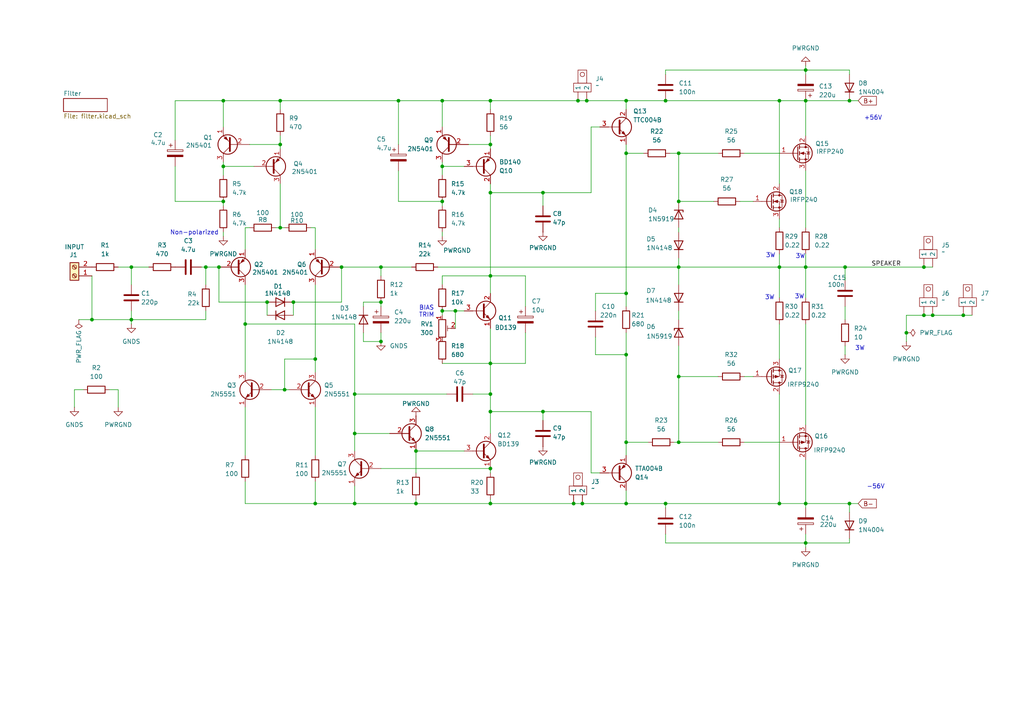
<source format=kicad_sch>
(kicad_sch (version 20250114) (generator "eeschema") (generator_version "9.0")
  (paper "A4")
  (text "3W" (at 249.428 101.092 0) (effects (font (size 1.27 1.27))))
  (text "3W" (at 232.156 74.422 0) (effects (font (size 1.27 1.27))))
  (text "3W" (at 223.266 86.36 0) (effects (font (size 1.27 1.27))))
  (text "BIAS \nTRIM \n" (at 124.206 90.424 0) (effects (font (size 1.27 1.27))))
  (text "-56V" (at 254 141.224 0) (effects (font (size 1.27 1.27))))
  (text "+56V\n" (at 253.238 34.29 0) (effects (font (size 1.27 1.27))))
  (text "3W" (at 231.902 86.106 0) (effects (font (size 1.27 1.27))))
  (text "Non-polarized" (at 56.388 67.564 0) (effects (font (size 1.27 1.27))))
  (text "3W" (at 223.52 74.168 0) (effects (font (size 1.27 1.27))))
  (junction (at 26.67 92.71))
  (junction (at 196.85 77.47))
  (junction (at 102.87 125.73))
  (junction (at 226.06 77.47))
  (junction (at 262.89 96.52))
  (junction (at 142.24 80.01))
  (junction (at 120.65 146.05))
  (junction (at 64.77 29.21))
  (junction (at 193.04 29.21))
  (junction (at 81.28 66.04))
  (junction (at 102.87 114.3))
  (junction (at 71.12 93.98))
  (junction (at 246.38 146.05))
  (junction (at 77.47 87.63))
  (junction (at 59.69 77.47))
  (junction (at 91.44 146.05))
  (junction (at 132.08 90.17))
  (junction (at 128.27 48.26))
  (junction (at 128.27 58.42))
  (junction (at 128.27 90.17))
  (junction (at 267.97 77.47))
  (junction (at 142.24 41.91))
  (junction (at 157.48 55.88))
  (junction (at 233.68 157.48))
  (junction (at 115.57 29.21))
  (junction (at 181.61 102.87))
  (junction (at 102.87 146.05))
  (junction (at 233.68 77.47))
  (junction (at 110.49 99.06))
  (junction (at 63.5 77.47))
  (junction (at 120.65 130.81))
  (junction (at 196.85 109.22))
  (junction (at 181.61 146.05))
  (junction (at 110.49 77.47))
  (junction (at 168.91 146.05))
  (junction (at 64.77 48.26))
  (junction (at 181.61 128.27))
  (junction (at 38.1 92.71))
  (junction (at 181.61 44.45))
  (junction (at 196.85 128.27))
  (junction (at 38.1 77.47))
  (junction (at 270.51 91.44))
  (junction (at 142.24 105.41))
  (junction (at 142.24 146.05))
  (junction (at 81.28 41.91))
  (junction (at 142.24 29.21))
  (junction (at 85.09 87.63))
  (junction (at 170.18 29.21))
  (junction (at 245.11 77.47))
  (junction (at 166.37 146.05))
  (junction (at 193.04 146.05))
  (junction (at 196.85 44.45))
  (junction (at 81.28 29.21))
  (junction (at 64.77 58.42))
  (junction (at 128.27 29.21))
  (junction (at 226.06 29.21))
  (junction (at 82.55 113.03))
  (junction (at 233.68 29.21))
  (junction (at 246.38 29.21))
  (junction (at 233.68 20.32))
  (junction (at 99.06 77.47))
  (junction (at 91.44 104.14))
  (junction (at 267.97 91.44))
  (junction (at 142.24 119.38))
  (junction (at 142.24 114.3))
  (junction (at 196.85 58.42))
  (junction (at 142.24 135.89))
  (junction (at 181.61 85.09))
  (junction (at 157.48 119.38))
  (junction (at 226.06 146.05))
  (junction (at 181.61 29.21))
  (junction (at 233.68 146.05))
  (junction (at 167.64 29.21))
  (junction (at 142.24 55.88))
  (junction (at 110.49 87.63))
  (junction (at 279.4 91.44))
  (wire (pts (xy 64.77 48.26) (xy 73.66 48.26)))
  (wire (pts (xy 226.06 128.27) (xy 215.9 128.27)))
  (wire (pts (xy 267.97 77.47) (xy 270.51 77.47)))
  (wire (pts (xy 142.24 31.75) (xy 142.24 29.21)))
  (wire (pts (xy 193.04 157.48) (xy 233.68 157.48)))
  (wire (pts (xy 82.55 104.14) (xy 91.44 104.14)))
  (wire (pts (xy 172.72 90.17) (xy 172.72 85.09)))
  (wire (pts (xy 59.69 77.47) (xy 63.5 77.47)))
  (wire (pts (xy 71.12 66.04) (xy 71.12 72.39)))
  (wire (pts (xy 142.24 95.25) (xy 142.24 105.41)))
  (wire (pts (xy 81.28 66.04) (xy 82.55 66.04)))
  (wire (pts (xy 226.06 77.47) (xy 226.06 86.36)))
  (wire (pts (xy 142.24 41.91) (xy 142.24 43.18)))
  (wire (pts (xy 157.48 119.38) (xy 171.45 119.38)))
  (wire (pts (xy 226.06 114.3) (xy 226.06 146.05)))
  (wire (pts (xy 26.67 92.71) (xy 38.1 92.71)))
  (wire (pts (xy 246.38 29.21) (xy 248.92 29.21)))
  (wire (pts (xy 128.27 48.26) (xy 134.62 48.26)))
  (wire (pts (xy 38.1 92.71) (xy 59.69 92.71)))
  (wire (pts (xy 38.1 77.47) (xy 38.1 82.55)))
  (wire (pts (xy 26.67 80.01) (xy 26.67 92.71)))
  (wire (pts (xy 64.77 29.21) (xy 81.28 29.21)))
  (wire (pts (xy 181.61 41.91) (xy 181.61 44.45)))
  (wire (pts (xy 233.68 77.47) (xy 245.11 77.47)))
  (wire (pts (xy 142.24 114.3) (xy 142.24 119.38)))
  (wire (pts (xy 102.87 146.05) (xy 120.65 146.05)))
  (wire (pts (xy 181.61 44.45) (xy 181.61 85.09)))
  (wire (pts (xy 91.44 66.04) (xy 91.44 72.39)))
  (wire (pts (xy 181.61 146.05) (xy 193.04 146.05)))
  (wire (pts (xy 233.68 19.05) (xy 233.68 20.32)))
  (wire (pts (xy 135.89 41.91) (xy 142.24 41.91)))
  (wire (pts (xy 166.37 146.05) (xy 168.91 146.05)))
  (wire (pts (xy 142.24 135.89) (xy 142.24 137.16)))
  (wire (pts (xy 64.77 29.21) (xy 64.77 36.83)))
  (wire (pts (xy 233.68 133.35) (xy 233.68 146.05)))
  (wire (pts (xy 245.11 100.33) (xy 245.11 102.87)))
  (wire (pts (xy 99.06 77.47) (xy 99.06 87.63)))
  (wire (pts (xy 142.24 29.21) (xy 167.64 29.21)))
  (wire (pts (xy 215.9 109.22) (xy 218.44 109.22)))
  (wire (pts (xy 85.09 87.63) (xy 99.06 87.63)))
  (wire (pts (xy 128.27 58.42) (xy 128.27 59.69)))
  (wire (pts (xy 181.61 128.27) (xy 181.61 132.08)))
  (wire (pts (xy 226.06 29.21) (xy 226.06 53.34)))
  (wire (pts (xy 181.61 44.45) (xy 186.69 44.45)))
  (wire (pts (xy 120.65 146.05) (xy 142.24 146.05)))
  (wire (pts (xy 21.59 118.11) (xy 21.59 113.03)))
  (wire (pts (xy 233.68 20.32) (xy 233.68 21.59)))
  (wire (pts (xy 267.97 91.44) (xy 270.51 91.44)))
  (wire (pts (xy 128.27 50.8) (xy 128.27 48.26)))
  (wire (pts (xy 137.16 114.3) (xy 142.24 114.3)))
  (wire (pts (xy 170.18 29.21) (xy 181.61 29.21)))
  (wire (pts (xy 38.1 77.47) (xy 43.18 77.47)))
  (wire (pts (xy 81.28 53.34) (xy 81.28 66.04)))
  (wire (pts (xy 34.29 113.03) (xy 34.29 118.11)))
  (wire (pts (xy 105.41 99.06) (xy 110.49 99.06)))
  (wire (pts (xy 80.01 66.04) (xy 81.28 66.04)))
  (wire (pts (xy 233.68 158.75) (xy 233.68 157.48)))
  (wire (pts (xy 115.57 29.21) (xy 115.57 41.91)))
  (wire (pts (xy 115.57 49.53) (xy 115.57 58.42)))
  (wire (pts (xy 128.27 90.17) (xy 128.27 91.44)))
  (wire (pts (xy 208.28 128.27) (xy 196.85 128.27)))
  (wire (pts (xy 110.49 87.63) (xy 110.49 88.9)))
  (wire (pts (xy 64.77 58.42) (xy 64.77 59.69)))
  (wire (pts (xy 196.85 77.47) (xy 226.06 77.47)))
  (wire (pts (xy 233.68 20.32) (xy 246.38 20.32)))
  (wire (pts (xy 90.17 66.04) (xy 91.44 66.04)))
  (wire (pts (xy 115.57 29.21) (xy 81.28 29.21)))
  (wire (pts (xy 196.85 77.47) (xy 196.85 82.55)))
  (wire (pts (xy 102.87 125.73) (xy 113.03 125.73)))
  (wire (pts (xy 128.27 80.01) (xy 142.24 80.01)))
  (wire (pts (xy 173.99 36.83) (xy 171.45 36.83)))
  (wire (pts (xy 196.85 109.22) (xy 208.28 109.22)))
  (wire (pts (xy 233.68 29.21) (xy 246.38 29.21)))
  (wire (pts (xy 120.65 130.81) (xy 120.65 137.16)))
  (wire (pts (xy 63.5 87.63) (xy 77.47 87.63)))
  (wire (pts (xy 270.51 91.44) (xy 279.4 91.44)))
  (wire (pts (xy 81.28 41.91) (xy 81.28 43.18)))
  (wire (pts (xy 21.59 113.03) (xy 24.13 113.03)))
  (wire (pts (xy 245.11 88.9) (xy 245.11 92.71)))
  (wire (pts (xy 128.27 29.21) (xy 128.27 36.83)))
  (wire (pts (xy 168.91 146.05) (xy 181.61 146.05)))
  (wire (pts (xy 71.12 146.05) (xy 91.44 146.05)))
  (wire (pts (xy 233.68 157.48) (xy 246.38 157.48)))
  (wire (pts (xy 157.48 55.88) (xy 157.48 59.69)))
  (wire (pts (xy 72.39 41.91) (xy 81.28 41.91)))
  (wire (pts (xy 233.68 73.66) (xy 233.68 77.47)))
  (wire (pts (xy 59.69 77.47) (xy 59.69 82.55)))
  (wire (pts (xy 233.68 49.53) (xy 233.68 66.04)))
  (wire (pts (xy 142.24 39.37) (xy 142.24 41.91)))
  (wire (pts (xy 208.28 44.45) (xy 196.85 44.45)))
  (wire (pts (xy 196.85 100.33) (xy 196.85 109.22)))
  (wire (pts (xy 102.87 140.97) (xy 102.87 146.05)))
  (wire (pts (xy 262.89 96.52) (xy 262.89 99.06)))
  (wire (pts (xy 171.45 36.83) (xy 171.45 55.88)))
  (wire (pts (xy 78.74 113.03) (xy 82.55 113.03)))
  (wire (pts (xy 181.61 85.09) (xy 172.72 85.09)))
  (wire (pts (xy 262.89 91.44) (xy 262.89 96.52)))
  (wire (pts (xy 195.58 128.27) (xy 196.85 128.27)))
  (wire (pts (xy 102.87 93.98) (xy 102.87 114.3)))
  (wire (pts (xy 82.55 113.03) (xy 82.55 104.14)))
  (wire (pts (xy 233.68 147.32) (xy 233.68 146.05)))
  (wire (pts (xy 181.61 102.87) (xy 172.72 102.87)))
  (wire (pts (xy 152.4 96.52) (xy 152.4 105.41)))
  (wire (pts (xy 196.85 44.45) (xy 196.85 58.42)))
  (wire (pts (xy 193.04 20.32) (xy 193.04 21.59)))
  (wire (pts (xy 102.87 114.3) (xy 129.54 114.3)))
  (wire (pts (xy 171.45 55.88) (xy 157.48 55.88)))
  (wire (pts (xy 226.06 77.47) (xy 233.68 77.47)))
  (wire (pts (xy 196.85 74.93) (xy 196.85 77.47)))
  (wire (pts (xy 77.47 87.63) (xy 77.47 91.44)))
  (wire (pts (xy 91.44 139.7) (xy 91.44 146.05)))
  (wire (pts (xy 128.27 105.41) (xy 142.24 105.41)))
  (wire (pts (xy 128.27 82.55) (xy 128.27 80.01)))
  (wire (pts (xy 142.24 105.41) (xy 142.24 114.3)))
  (wire (pts (xy 181.61 29.21) (xy 193.04 29.21)))
  (wire (pts (xy 128.27 29.21) (xy 115.57 29.21)))
  (wire (pts (xy 110.49 77.47) (xy 110.49 80.01)))
  (wire (pts (xy 194.31 44.45) (xy 196.85 44.45)))
  (wire (pts (xy 142.24 105.41) (xy 152.4 105.41)))
  (wire (pts (xy 120.65 130.81) (xy 134.62 130.81)))
  (wire (pts (xy 59.69 90.17) (xy 59.69 92.71)))
  (wire (pts (xy 196.85 109.22) (xy 196.85 128.27)))
  (wire (pts (xy 193.04 146.05) (xy 226.06 146.05)))
  (wire (pts (xy 233.68 29.21) (xy 233.68 39.37)))
  (wire (pts (xy 50.8 29.21) (xy 64.77 29.21)))
  (wire (pts (xy 64.77 67.31) (xy 64.77 68.58)))
  (wire (pts (xy 64.77 58.42) (xy 50.8 58.42)))
  (wire (pts (xy 99.06 77.47) (xy 110.49 77.47)))
  (wire (pts (xy 127 77.47) (xy 196.85 77.47)))
  (wire (pts (xy 142.24 80.01) (xy 142.24 85.09)))
  (wire (pts (xy 71.12 118.11) (xy 71.12 132.08)))
  (wire (pts (xy 105.41 87.63) (xy 105.41 88.9)))
  (wire (pts (xy 157.48 119.38) (xy 157.48 121.92)))
  (wire (pts (xy 193.04 147.32) (xy 193.04 146.05)))
  (wire (pts (xy 193.04 29.21) (xy 226.06 29.21)))
  (wire (pts (xy 171.45 137.16) (xy 173.99 137.16)))
  (wire (pts (xy 81.28 39.37) (xy 81.28 41.91)))
  (wire (pts (xy 142.24 55.88) (xy 142.24 80.01)))
  (wire (pts (xy 91.44 146.05) (xy 102.87 146.05)))
  (wire (pts (xy 142.24 29.21) (xy 128.27 29.21)))
  (wire (pts (xy 132.08 90.17) (xy 132.08 95.25)))
  (wire (pts (xy 102.87 114.3) (xy 102.87 125.73)))
  (wire (pts (xy 110.49 77.47) (xy 119.38 77.47)))
  (wire (pts (xy 181.61 128.27) (xy 187.96 128.27)))
  (wire (pts (xy 50.8 40.64) (xy 50.8 29.21)))
  (wire (pts (xy 193.04 157.48) (xy 193.04 154.94)))
  (wire (pts (xy 152.4 88.9) (xy 152.4 80.01)))
  (wire (pts (xy 233.68 93.98) (xy 233.68 123.19)))
  (wire (pts (xy 226.06 146.05) (xy 233.68 146.05)))
  (wire (pts (xy 64.77 46.99) (xy 64.77 48.26)))
  (wire (pts (xy 226.06 73.66) (xy 226.06 77.47)))
  (wire (pts (xy 181.61 102.87) (xy 181.61 128.27)))
  (wire (pts (xy 142.24 119.38) (xy 142.24 125.73)))
  (wire (pts (xy 110.49 96.52) (xy 110.49 99.06)))
  (wire (pts (xy 196.85 66.04) (xy 196.85 67.31)))
  (wire (pts (xy 71.12 82.55) (xy 71.12 93.98)))
  (wire (pts (xy 233.68 77.47) (xy 233.68 86.36)))
  (wire (pts (xy 91.44 104.14) (xy 91.44 107.95)))
  (wire (pts (xy 128.27 46.99) (xy 128.27 48.26)))
  (wire (pts (xy 196.85 90.17) (xy 196.85 92.71)))
  (wire (pts (xy 142.24 146.05) (xy 166.37 146.05)))
  (wire (pts (xy 31.75 113.03) (xy 34.29 113.03)))
  (wire (pts (xy 142.24 119.38) (xy 157.48 119.38)))
  (wire (pts (xy 226.06 93.98) (xy 226.06 104.14)))
  (wire (pts (xy 105.41 87.63) (xy 110.49 87.63)))
  (wire (pts (xy 181.61 142.24) (xy 181.61 146.05)))
  (wire (pts (xy 128.27 90.17) (xy 132.08 90.17)))
  (wire (pts (xy 128.27 99.06) (xy 128.27 97.79)))
  (wire (pts (xy 171.45 119.38) (xy 171.45 137.16)))
  (wire (pts (xy 38.1 90.17) (xy 38.1 92.71)))
  (wire (pts (xy 102.87 93.98) (xy 71.12 93.98)))
  (wire (pts (xy 64.77 48.26) (xy 64.77 50.8)))
  (wire (pts (xy 63.5 77.47) (xy 63.5 87.63)))
  (wire (pts (xy 128.27 67.31) (xy 128.27 68.58)))
  (wire (pts (xy 233.68 146.05) (xy 246.38 146.05)))
  (wire (pts (xy 91.44 82.55) (xy 91.44 104.14)))
  (wire (pts (xy 181.61 96.52) (xy 181.61 102.87)))
  (wire (pts (xy 262.89 91.44) (xy 267.97 91.44)))
  (wire (pts (xy 226.06 29.21) (xy 233.68 29.21)))
  (wire (pts (xy 105.41 96.52) (xy 105.41 99.06)))
  (wire (pts (xy 214.63 58.42) (xy 218.44 58.42)))
  (wire (pts (xy 246.38 146.05) (xy 246.38 148.59)))
  (wire (pts (xy 59.69 77.47) (xy 58.42 77.47)))
  (wire (pts (xy 172.72 97.79) (xy 172.72 102.87)))
  (wire (pts (xy 71.12 139.7) (xy 71.12 146.05)))
  (wire (pts (xy 38.1 92.71) (xy 38.1 93.98)))
  (wire (pts (xy 245.11 77.47) (xy 267.97 77.47)))
  (wire (pts (xy 157.48 55.88) (xy 142.24 55.88)))
  (wire (pts (xy 81.28 29.21) (xy 81.28 31.75)))
  (wire (pts (xy 142.24 80.01) (xy 152.4 80.01)))
  (wire (pts (xy 196.85 58.42) (xy 207.01 58.42)))
  (wire (pts (xy 132.08 90.17) (xy 134.62 90.17)))
  (wire (pts (xy 22.86 92.71) (xy 26.67 92.71)))
  (wire (pts (xy 120.65 144.78) (xy 120.65 146.05)))
  (wire (pts (xy 246.38 156.21) (xy 246.38 157.48)))
  (wire (pts (xy 102.87 125.73) (xy 102.87 130.81)))
  (wire (pts (xy 233.68 157.48) (xy 233.68 154.94)))
  (wire (pts (xy 246.38 146.05) (xy 248.92 146.05)))
  (wire (pts (xy 279.4 91.44) (xy 281.94 91.44)))
  (wire (pts (xy 142.24 53.34) (xy 142.24 55.88)))
  (wire (pts (xy 71.12 66.04) (xy 72.39 66.04)))
  (wire (pts (xy 91.44 118.11) (xy 91.44 132.08)))
  (wire (pts (xy 71.12 93.98) (xy 71.12 107.95)))
  (wire (pts (xy 110.49 135.89) (xy 142.24 135.89)))
  (wire (pts (xy 82.55 113.03) (xy 83.82 113.03)))
  (wire (pts (xy 246.38 21.59) (xy 246.38 20.32)))
  (wire (pts (xy 226.06 63.5) (xy 226.06 66.04)))
  (wire (pts (xy 115.57 58.42) (xy 128.27 58.42)))
  (wire (pts (xy 245.11 77.47) (xy 245.11 81.28)))
  (wire (pts (xy 85.09 87.63) (xy 85.09 91.44)))
  (wire (pts (xy 181.61 85.09) (xy 181.61 88.9)))
  (wire (pts (xy 167.64 29.21) (xy 170.18 29.21)))
  (wire (pts (xy 181.61 29.21) (xy 181.61 31.75)))
  (wire (pts (xy 142.24 144.78) (xy 142.24 146.05)))
  (wire (pts (xy 38.1 77.47) (xy 34.29 77.47)))
  (wire (pts (xy 226.06 44.45) (xy 215.9 44.45)))
  (wire (pts (xy 50.8 48.26) (xy 50.8 58.42)))
  (wire (pts (xy 193.04 20.32) (xy 233.68 20.32)))
  (label "SPEAKER" (at 252.73 77.47 0))
  (global_label "B-" (shape input) (at 248.92 146.05 0) (property "Intersheetrefs" "${INTERSHEET_REFS}" (effects (hide yes))))
  (global_label "B+" (shape input) (at 248.92 29.21 0) (property "Intersheetrefs" "${INTERSHEET_REFS}" (effects (hide yes))))
  (symbol (lib_id "Custom:2N5401") (at 67.31 41.91 180) (unit 1)
    (property "Reference" "Q1" (at 61.722 39.878 0) (effects (justify left)))
    (property "Value" "2N5401" (at 61.468 42.164 0) (effects (justify left)))
    (property "Footprint" "Package_TO_SOT_THT:TO-92_Wide" (effects (hide yes)))
    (property "Datasheet" "https://www.onsemi.com/pub/Collateral/2N3906-D.PDF" (effects (hide yes)))
    (property "Description" "-0.2A Ic, -40V Vce, Small Signal PNP Transistor, TO-92" (effects (hide yes)))
  )
  (symbol (lib_id "Device:R") (at 212.09 44.45 90) (unit 1)
    (property "Reference" "R25" (at 212.09 38.1 90))
    (property "Value" "56" (at 212.09 40.64 90))
    (property "Footprint" "Resistor_THT:R_Axial_DIN0204_L3.6mm_D1.6mm_P7.62mm_Horizontal" (effects (hide yes)))
    (property "Description" "Resistor" (effects (hide yes)))
  )
  (symbol (lib_id "power:PWR_FLAG") (at 262.89 96.52 270) (unit 1)
    (property "Reference" "#FLG02" (effects (hide yes)))
    (property "Value" "PWR_FLAG" (at 266.7 96.5199 90) (effects (justify left)))
    (property "Description" "Special symbol for telling ERC where power comes from" (effects (hide yes)))
  )
  (symbol (lib_id "Custom:2N5551") (at 105.41 135.89 0) (mirror y) (unit 1)
    (property "Reference" "Q7" (at 100.584 134.62 0) (effects (justify left)))
    (property "Value" "2N5551" (at 100.838 137.16 0) (effects (justify left)))
    (property "Footprint" "Package_TO_SOT_THT:TO-92_Wide" (effects (hide yes)))
    (property "Datasheet" "https://www.onsemi.com/pub/Collateral/2N3903-D.PDF" (effects (hide yes)))
    (property "Description" "0.2A Ic, 40V Vce, Small Signal NPN Transistor, TO-92" (effects (hide yes)))
  )
  (symbol (lib_id "Device:C_Polarized") (at 233.68 151.13 0) (mirror x) (unit 1)
    (property "Reference" "C14" (at 237.998 150.2409 0) (effects (justify left)))
    (property "Value" "220u" (at 237.744 152.146 0) (effects (justify left)))
    (property "Footprint" "Capacitor_THT:CP_Radial_D8.0mm_P5.00mm" (effects (hide yes)))
    (property "Description" "Polarized capacitor" (effects (hide yes)))
  )
  (symbol (lib_id "power:GND") (at 120.65 120.65 0) (mirror x) (unit 1)
    (property "Reference" "#PWR06" (effects (hide yes)))
    (property "Value" "PWRGND" (at 120.65 117.094 0))
    (property "Description" "Power symbol creates a global label with name \"GND\" , ground" (effects (hide yes)))
  )
  (symbol (lib_id "Device:R") (at 128.27 54.61 0) (unit 1)
    (property "Reference" "R15" (at 130.81 53.3399 0) (effects (justify left)))
    (property "Value" "4.7k" (at 130.81 55.8799 0) (effects (justify left)))
    (property "Footprint" "Resistor_THT:R_Axial_DIN0204_L3.6mm_D1.6mm_P7.62mm_Horizontal" (effects (hide yes)))
    (property "Description" "Resistor" (effects (hide yes)))
  )
  (symbol (lib_id "Device:D_Zener") (at 196.85 96.52 90) (mirror x) (unit 1)
    (property "Reference" "D6" (at 187.452 94.742 90) (effects (justify right)))
    (property "Value" "1N5919" (at 187.452 97.536 90) (effects (justify right)))
    (property "Footprint" "Diode_THT:D_DO-41_SOD81_P10.16mm_Horizontal" (effects (hide yes)))
    (property "Description" "Zener diode" (effects (hide yes)))
  )
  (symbol (lib_id "Custom:Spade_Connector") (at 278.13 86.36 90) (unit 1)
    (property "Reference" "J7" (at 284.48 85.0899 90) (effects (justify right)))
    (property "Value" "~" (at 284.48 86.995 90) (effects (justify right)))
    (property "Footprint" "footprints:Spade Connector" (effects (hide yes)))
  )
  (symbol (lib_id "Transistor_BJT:BD139") (at 179.07 36.83 0) (unit 1)
    (property "Reference" "Q13" (at 183.642 32.258 0) (effects (justify left)))
    (property "Value" "TTC004B" (at 183.642 34.798 0) (effects (justify left)))
    (property "Footprint" "Package_TO_SOT_THT:TO-126-3_Vertical" (effects (hide yes)))
    (property "Datasheet" "http://www.st.com/internet/com/TECHNICAL_RESOURCES/TECHNICAL_LITERATURE/DATASHEET/CD00001225.pdf" (effects (hide yes)))
    (property "Description" "1.5A Ic, 80V Vce, Low Voltage Transistor, TO-126" (effects (hide yes)))
  )
  (symbol (lib_id "Diode:1N4004") (at 246.38 152.4 90) (unit 1)
    (property "Reference" "D9" (at 248.92 151.1299 90) (effects (justify right)))
    (property "Value" "1N4004" (at 248.92 153.6699 90) (effects (justify right)))
    (property "Footprint" "Diode_THT:D_DO-41_SOD81_P10.16mm_Horizontal" (effects (hide yes)))
    (property "Datasheet" "http://www.vishay.com/docs/88503/1n4001.pdf" (effects (hide yes)))
    (property "Description" "400V 1A General Purpose Rectifier Diode, DO-41" (effects (hide yes)))
    (property "Sim.Device" "D" (effects (hide yes)))
    (property "Sim.Pins" "1=K 2=A" (effects (hide yes)))
  )
  (symbol (lib_id "Device:R") (at 91.44 135.89 0) (unit 1)
    (property "Reference" "R11" (at 85.598 134.874 0) (effects (justify left)))
    (property "Value" "100" (at 85.598 137.414 0) (effects (justify left)))
    (property "Footprint" "Resistor_THT:R_Axial_DIN0204_L3.6mm_D1.6mm_P7.62mm_Horizontal" (effects (hide yes)))
    (property "Description" "Resistor" (effects (hide yes)))
  )
  (symbol (lib_id "Diode:1N4148") (at 81.28 87.63 180) (unit 1)
    (property "Reference" "D1" (at 82.042 83.058 0) (effects (justify left)))
    (property "Value" "1N4148" (at 84.328 85.09 0) (effects (justify left)))
    (property "Footprint" "Diode_THT:D_DO-35_SOD27_P7.62mm_Horizontal" (effects (hide yes)))
    (property "Datasheet" "https://assets.nexperia.com/documents/data-sheet/1N4148_1N4448.pdf" (effects (hide yes)))
    (property "Description" "100V 0.15A standard switching diode, DO-35" (effects (hide yes)))
    (property "Sim.Device" "D" (effects (hide yes)))
    (property "Sim.Pins" "1=K 2=A" (effects (hide yes)))
  )
  (symbol (lib_id "Device:R") (at 128.27 63.5 0) (unit 1)
    (property "Reference" "R16" (at 130.81 62.2299 0) (effects (justify left)))
    (property "Value" "4.7k" (at 130.81 64.7699 0) (effects (justify left)))
    (property "Footprint" "Resistor_THT:R_Axial_DIN0204_L3.6mm_D1.6mm_P7.62mm_Horizontal" (effects (hide yes)))
    (property "Description" "Resistor" (effects (hide yes)))
  )
  (symbol (lib_name "BD140_1") (lib_id "Transistor_BJT:BD140") (at 179.07 137.16 0) (mirror x) (unit 1)
    (property "Reference" "Q14" (at 184.15 138.4301 0) (effects (justify left)))
    (property "Value" "TTA004B" (at 184.15 135.8901 0) (effects (justify left)))
    (property "Footprint" "Package_TO_SOT_THT:TO-126-3_Vertical" (effects (hide yes)))
    (property "Datasheet" "http://www.st.com/internet/com/TECHNICAL_RESOURCES/TECHNICAL_LITERATURE/DATASHEET/CD00001225.pdf" (effects (hide yes)))
    (property "Description" "1.5A Ic, 80V Vce, Low Voltage Transistor, TO-126" (effects (hide yes)))
  )
  (symbol (lib_id "Device:C") (at 54.61 77.47 270) (unit 1)
    (property "Reference" "C3" (at 54.61 69.85 90))
    (property "Value" "4.7u" (at 54.61 72.39 90))
    (property "Footprint" "Capacitor_THT:CP_Radial_D4.0mm_P2.00mm" (effects (hide yes)))
    (property "Description" "Unpolarized capacitor" (effects (hide yes)))
  )
  (symbol (lib_id "Custom:2N5401") (at 93.98 77.47 180) (unit 1)
    (property "Reference" "Q6" (at 88.9 76.708 0) (effects (justify left)))
    (property "Value" "2N5401" (at 89.408 78.994 0) (effects (justify left)))
    (property "Footprint" "Package_TO_SOT_THT:TO-92_Wide" (effects (hide yes)))
    (property "Datasheet" "https://www.onsemi.com/pub/Collateral/2N3906-D.PDF" (effects (hide yes)))
    (property "Description" "-0.2A Ic, -40V Vce, Small Signal PNP Transistor, TO-92" (effects (hide yes)))
  )
  (symbol (lib_id "Device:R_Potentiometer_Trim") (at 128.27 95.25 0) (unit 1)
    (property "Reference" "RV1" (at 125.73 93.9799 0) (effects (justify right)))
    (property "Value" "300" (at 125.73 96.5199 0) (effects (justify right)))
    (property "Footprint" "footprints:TRIM_T93YA103KT20" (effects (hide yes)))
    (property "Description" "Trim-potentiometer" (effects (hide yes)))
  )
  (symbol (lib_id "Device:R") (at 233.68 69.85 0) (unit 1)
    (property "Reference" "R28" (at 236.22 68.5799 0) (effects (justify left)))
    (property "Value" "0.22" (at 236.22 71.1199 0) (effects (justify left)))
    (property "Footprint" "Resistor_THT:R_Axial_DIN0411_L9.9mm_D3.6mm_P15.24mm_Horizontal" (effects (hide yes)))
    (property "Description" "Resistor" (effects (hide yes)))
  )
  (symbol (lib_id "Device:R") (at 120.65 140.97 0) (unit 1)
    (property "Reference" "R13" (at 114.808 139.954 0) (effects (justify left)))
    (property "Value" "1k" (at 114.808 142.494 0) (effects (justify left)))
    (property "Footprint" "Resistor_THT:R_Axial_DIN0204_L3.6mm_D1.6mm_P7.62mm_Horizontal" (effects (hide yes)))
    (property "Description" "Resistor" (effects (hide yes)))
  )
  (symbol (lib_id "Device:R") (at 181.61 92.71 0) (unit 1)
    (property "Reference" "R21" (at 183.134 91.44 0) (effects (justify left)))
    (property "Value" "680" (at 183.134 93.98 0) (effects (justify left)))
    (property "Footprint" "Resistor_THT:R_Axial_DIN0204_L3.6mm_D1.6mm_P7.62mm_Horizontal" (effects (hide yes)))
    (property "Description" "Resistor" (effects (hide yes)))
  )
  (symbol (lib_id "Device:R") (at 210.82 58.42 90) (unit 1)
    (property "Reference" "R27" (at 210.82 52.07 90))
    (property "Value" "56" (at 210.82 54.61 90))
    (property "Footprint" "Resistor_THT:R_Axial_DIN0204_L3.6mm_D1.6mm_P7.62mm_Horizontal" (effects (hide yes)))
    (property "Description" "Resistor" (effects (hide yes)))
  )
  (symbol (lib_id "Device:R") (at 190.5 44.45 90) (unit 1)
    (property "Reference" "R22" (at 190.5 38.1 90))
    (property "Value" "56" (at 190.5 40.64 90))
    (property "Footprint" "Resistor_THT:R_Axial_DIN0204_L3.6mm_D1.6mm_P7.62mm_Horizontal" (effects (hide yes)))
    (property "Description" "Resistor" (effects (hide yes)))
  )
  (symbol (lib_id "Custom:Spade_Connector") (at 165.1 140.97 90) (unit 1)
    (property "Reference" "J3" (at 171.45 139.6999 90) (effects (justify right)))
    (property "Value" "~" (at 171.45 141.605 90) (effects (justify right)))
    (property "Footprint" "footprints:Spade Connector" (effects (hide yes)))
  )
  (symbol (lib_name "BD139_1") (lib_id "Transistor_BJT:BD139") (at 139.7 130.81 0) (unit 1)
    (property "Reference" "Q12" (at 144.272 126.238 0) (effects (justify left)))
    (property "Value" "BD139" (at 144.272 128.778 0) (effects (justify left)))
    (property "Footprint" "Package_TO_SOT_THT:TO-126-3_Vertical" (effects (hide yes)))
    (property "Datasheet" "http://www.st.com/internet/com/TECHNICAL_RESOURCES/TECHNICAL_LITERATURE/DATASHEET/CD00001225.pdf" (effects (hide yes)))
    (property "Description" "1.5A Ic, 80V Vce, Low Voltage Transistor, TO-126" (effects (hide yes)))
  )
  (symbol (lib_id "power:GND") (at 262.89 99.06 0) (unit 1)
    (property "Reference" "#PWR013" (effects (hide yes)))
    (property "Value" "PWRGND" (at 262.89 104.14 0))
    (property "Description" "Power symbol creates a global label with name \"GND\" , ground" (effects (hide yes)))
  )
  (symbol (lib_id "Device:C_Polarized") (at 50.8 44.45 0) (unit 1)
    (property "Reference" "C2" (at 44.45 39.116 0) (effects (justify left)))
    (property "Value" "4.7u" (at 43.688 41.402 0) (effects (justify left)))
    (property "Footprint" "Capacitor_THT:CP_Radial_D4.0mm_P2.00mm" (effects (hide yes)))
    (property "Description" "Polarized capacitor" (effects (hide yes)))
  )
  (symbol (lib_id "Device:R") (at 212.09 109.22 90) (unit 1)
    (property "Reference" "R32" (at 212.09 102.87 90))
    (property "Value" "56" (at 212.09 105.41 90))
    (property "Footprint" "Resistor_THT:R_Axial_DIN0204_L3.6mm_D1.6mm_P7.62mm_Horizontal" (effects (hide yes)))
    (property "Description" "Resistor" (effects (hide yes)))
  )
  (symbol (lib_id "Device:C_Polarized") (at 110.49 92.71 0) (unit 1)
    (property "Reference" "C4" (at 114.3 90.5509 0) (effects (justify left)))
    (property "Value" "220u" (at 114.3 93.0909 0) (effects (justify left)))
    (property "Footprint" "Capacitor_THT:CP_Radial_D8.0mm_P5.00mm" (effects (hide yes)))
    (property "Description" "Polarized capacitor" (effects (hide yes)))
  )
  (symbol (lib_id "Custom:2N5551") (at 118.11 125.73 0) (unit 1)
    (property "Reference" "Q8" (at 123.19 124.4599 0) (effects (justify left)))
    (property "Value" "2N5551" (at 123.19 126.9999 0) (effects (justify left)))
    (property "Footprint" "Package_TO_SOT_THT:TO-92_Wide" (effects (hide yes)))
    (property "Datasheet" "https://www.onsemi.com/pub/Collateral/2N3903-D.PDF" (effects (hide yes)))
    (property "Description" "0.2A Ic, 40V Vce, Small Signal NPN Transistor, TO-92" (effects (hide yes)))
  )
  (symbol (lib_id "Device:C") (at 38.1 86.36 0) (unit 1)
    (property "Reference" "C1" (at 40.894 85.09 0) (effects (justify left)))
    (property "Value" "220p" (at 40.894 87.63 0) (effects (justify left)))
    (property "Footprint" "Capacitor_THT:C_Rect_L7.2mm_W3.0mm_P5.00mm_FKS2_FKP2_MKS2_MKP2" (effects (hide yes)))
    (property "Description" "Unpolarized capacitor" (effects (hide yes)))
  )
  (symbol (lib_id "Device:R") (at 142.24 140.97 0) (unit 1)
    (property "Reference" "R20" (at 136.398 139.954 0) (effects (justify left)))
    (property "Value" "33" (at 136.398 142.494 0) (effects (justify left)))
    (property "Footprint" "Resistor_THT:R_Axial_DIN0204_L3.6mm_D1.6mm_P7.62mm_Horizontal" (effects (hide yes)))
    (property "Description" "Resistor" (effects (hide yes)))
  )
  (symbol (lib_id "Custom:Spade_Connector") (at 166.37 24.13 90) (unit 1)
    (property "Reference" "J4" (at 172.72 22.8599 90) (effects (justify right)))
    (property "Value" "~" (at 172.72 24.765 90) (effects (justify right)))
    (property "Footprint" "footprints:Spade Connector" (effects (hide yes)))
  )
  (symbol (lib_id "power:GND") (at 157.48 129.54 0) (unit 1)
    (property "Reference" "#PWR09" (effects (hide yes)))
    (property "Value" "PWRGND" (at 157.48 134.112 0))
    (property "Description" "Power symbol creates a global label with name \"GND\" , ground" (effects (hide yes)))
  )
  (symbol (lib_id "Device:C") (at 157.48 125.73 0) (unit 1)
    (property "Reference" "C9" (at 160.274 124.206 0) (effects (justify left)))
    (property "Value" "47p" (at 160.274 126.746 0) (effects (justify left)))
    (property "Footprint" "Capacitor_THT:C_Rect_L7.2mm_W3.0mm_P5.00mm_FKS2_FKP2_MKS2_MKP2" (effects (hide yes)))
    (property "Description" "Unpolarized capacitor" (effects (hide yes)))
  )
  (symbol (lib_id "Device:C") (at 193.04 151.13 0) (unit 1)
    (property "Reference" "C12" (at 196.85 149.8599 0) (effects (justify left)))
    (property "Value" "100n" (at 196.85 152.3999 0) (effects (justify left)))
    (property "Footprint" "Capacitor_THT:C_Rect_L7.2mm_W3.0mm_P5.00mm_FKS2_FKP2_MKS2_MKP2" (effects (hide yes)))
    (property "Description" "Unpolarized capacitor" (effects (hide yes)))
  )
  (symbol (lib_id "Diode:1N4148") (at 196.85 71.12 90) (unit 1)
    (property "Reference" "D5" (at 187.452 69.3419 90) (effects (justify right)))
    (property "Value" "1N4148" (at 187.452 71.8819 90) (effects (justify right)))
    (property "Footprint" "Diode_THT:D_DO-35_SOD27_P7.62mm_Horizontal" (effects (hide yes)))
    (property "Datasheet" "https://assets.nexperia.com/documents/data-sheet/1N4148_1N4448.pdf" (effects (hide yes)))
    (property "Description" "100V 0.15A standard switching diode, DO-35" (effects (hide yes)))
    (property "Sim.Device" "D" (effects (hide yes)))
    (property "Sim.Pins" "1=K 2=A" (effects (hide yes)))
  )
  (symbol (lib_id "Device:R") (at 123.19 77.47 90) (unit 1)
    (property "Reference" "R14" (at 123.19 71.12 90))
    (property "Value" "22k" (at 123.19 73.66 90))
    (property "Footprint" "Resistor_THT:R_Axial_DIN0204_L3.6mm_D1.6mm_P7.62mm_Horizontal" (effects (hide yes)))
    (property "Description" "Resistor" (effects (hide yes)))
  )
  (symbol (lib_id "Device:R") (at 27.94 113.03 90) (unit 1)
    (property "Reference" "R2" (at 27.94 106.68 90))
    (property "Value" "100" (at 27.94 109.22 90))
    (property "Footprint" "Resistor_THT:R_Axial_DIN0204_L3.6mm_D1.6mm_P7.62mm_Horizontal" (effects (hide yes)))
    (property "Description" "Resistor" (effects (hide yes)))
  )
  (symbol (lib_id "Device:R") (at 128.27 86.36 0) (unit 1)
    (property "Reference" "R17" (at 130.81 85.0899 0) (effects (justify left)))
    (property "Value" "10k" (at 130.81 87.6299 0) (effects (justify left)))
    (property "Footprint" "Resistor_THT:R_Axial_DIN0207_L6.3mm_D2.5mm_P2.54mm_Vertical" (effects (hide yes)))
    (property "Description" "Resistor" (effects (hide yes)))
  )
  (symbol (lib_id "Custom:IRFP9240") (at 231.14 128.27 0) (mirror x) (unit 1)
    (property "Reference" "Q16" (at 236.22 126.492 0) (effects (justify left)))
    (property "Value" "IRFP9240" (at 235.966 130.556 0) (effects (justify left)))
    (property "Footprint" "Package_TO_SOT_THT:TO-247-3_Vertical" (effects (hide yes)))
    (property "Datasheet" "http://www.irf.com/product-info/datasheets/data/irf9540n.pdf" (effects (hide yes)))
    (property "Description" "-23A Id, -100V Vds, 117mOhm Rds, P-Channel HEXFET Power MOSFET, TO-220" (effects (hide yes)))
  )
  (symbol (lib_id "Custom:2N5551") (at 73.66 113.03 0) (mirror y) (unit 1)
    (property "Reference" "Q3" (at 68.58 111.7599 0) (effects (justify left)))
    (property "Value" "2N5551" (at 68.58 114.2999 0) (effects (justify left)))
    (property "Footprint" "Package_TO_SOT_THT:TO-92_Wide" (effects (hide yes)))
    (property "Datasheet" "https://www.onsemi.com/pub/Collateral/2N3903-D.PDF" (effects (hide yes)))
    (property "Description" "0.2A Ic, 40V Vce, Small Signal NPN Transistor, TO-92" (effects (hide yes)))
  )
  (symbol (lib_id "Connector:Screw_Terminal_01x02") (at 21.59 80.01 180) (unit 1)
    (property "Reference" "J1" (at 21.336 73.914 0))
    (property "Value" "INPUT" (at 21.59 71.628 0))
    (property "Footprint" "TerminalBlock_4Ucon:TerminalBlock_4Ucon_1x02_P3.50mm_Horizontal" (effects (hide yes)))
  )
  (symbol (lib_id "Device:C_Polarized") (at 152.4 92.71 0) (unit 1)
    (property "Reference" "C7" (at 154.178 87.376 0) (effects (justify left)))
    (property "Value" "10u" (at 154.178 89.916 0) (effects (justify left)))
    (property "Footprint" "Capacitor_THT:CP_Radial_D4.0mm_P2.00mm" (effects (hide yes)))
    (property "Description" "Polarized capacitor" (effects (hide yes)))
  )
  (symbol (lib_id "Device:R") (at 71.12 135.89 0) (unit 1)
    (property "Reference" "R7" (at 65.278 134.874 0) (effects (justify left)))
    (property "Value" "100" (at 65.278 137.414 0) (effects (justify left)))
    (property "Footprint" "Resistor_THT:R_Axial_DIN0204_L3.6mm_D1.6mm_P7.62mm_Horizontal" (effects (hide yes)))
    (property "Description" "Resistor" (effects (hide yes)))
  )
  (symbol (lib_id "Custom:IRFP240") (at 231.14 44.45 0) (unit 1)
    (property "Reference" "Q15" (at 236.474 41.656 0) (effects (justify left)))
    (property "Value" "IRFP240" (at 236.728 43.942 0) (effects (justify left)))
    (property "Footprint" "Package_TO_SOT_THT:TO-247-3_Vertical" (effects (hide yes)))
    (property "Datasheet" "https://www.infineon.com/dgdl/irfp4468pbf.pdf?fileId=5546d462533600a40153562c73472019" (effects (hide yes)))
    (property "Description" "195A Id, 100V Vds, N-Channel Power MOSFET, TO-247" (effects (hide yes)))
  )
  (symbol (lib_id "power:GND") (at 21.59 118.11 0) (unit 1)
    (property "Reference" "#PWR01" (effects (hide yes)))
    (property "Value" "GNDS" (at 21.59 123.19 0))
    (property "Description" "Power symbol creates a global label with name \"GND\" , ground" (effects (hide yes)))
  )
  (symbol (lib_id "power:GND") (at 157.48 67.31 0) (unit 1)
    (property "Reference" "#PWR08" (effects (hide yes)))
    (property "Value" "PWRGND" (at 157.48 71.882 0))
    (property "Description" "Power symbol creates a global label with name \"GND\" , ground" (effects (hide yes)))
  )
  (symbol (lib_id "power:GND") (at 64.77 68.58 0) (unit 1)
    (property "Reference" "#PWR04" (effects (hide yes)))
    (property "Value" "PWRGND" (at 64.77 73.66 0))
    (property "Description" "Power symbol creates a global label with name \"GND\" , ground" (effects (hide yes)))
  )
  (symbol (lib_id "Device:C") (at 172.72 93.98 0) (unit 1)
    (property "Reference" "C10" (at 174.498 88.9 0) (effects (justify left)))
    (property "Value" "220n" (at 173.99 91.44 0) (effects (justify left)))
    (property "Footprint" "Capacitor_THT:C_Rect_L7.2mm_W3.0mm_P5.00mm_FKS2_FKP2_MKS2_MKP2" (effects (hide yes)))
    (property "Description" "Unpolarized capacitor" (effects (hide yes)))
  )
  (symbol (lib_id "Device:C_Polarized") (at 233.68 25.4 180) (unit 1)
    (property "Reference" "C13" (at 237.49 25.0189 0) (effects (justify right)))
    (property "Value" "220u" (at 237.49 27.5589 0) (effects (justify right)))
    (property "Footprint" "Capacitor_THT:CP_Radial_D8.0mm_P5.00mm" (effects (hide yes)))
    (property "Description" "Polarized capacitor" (effects (hide yes)))
  )
  (symbol (lib_id "Device:R") (at 191.77 128.27 90) (unit 1)
    (property "Reference" "R23" (at 191.77 121.92 90))
    (property "Value" "56" (at 191.77 124.46 90))
    (property "Footprint" "Resistor_THT:R_Axial_DIN0204_L3.6mm_D1.6mm_P7.62mm_Horizontal" (effects (hide yes)))
    (property "Description" "Resistor" (effects (hide yes)))
  )
  (symbol (lib_id "Custom:Spade_Connector") (at 266.7 72.39 90) (unit 1)
    (property "Reference" "J5" (at 273.05 71.1199 90) (effects (justify right)))
    (property "Value" "~" (at 273.05 73.025 90) (effects (justify right)))
    (property "Footprint" "footprints:Spade Connector" (effects (hide yes)))
  )
  (symbol (lib_id "Custom:IRFP240") (at 223.52 58.42 0) (unit 1)
    (property "Reference" "Q18" (at 228.854 55.626 0) (effects (justify left)))
    (property "Value" "IRFP240" (at 229.108 57.912 0) (effects (justify left)))
    (property "Footprint" "Package_TO_SOT_THT:TO-247-3_Vertical" (effects (hide yes)))
    (property "Datasheet" "https://www.infineon.com/dgdl/irfp4468pbf.pdf?fileId=5546d462533600a40153562c73472019" (effects (hide yes)))
    (property "Description" "195A Id, 100V Vds, N-Channel Power MOSFET, TO-247" (effects (hide yes)))
  )
  (symbol (lib_id "Device:C") (at 193.04 25.4 0) (unit 1)
    (property "Reference" "C11" (at 196.85 24.1299 0) (effects (justify left)))
    (property "Value" "100n" (at 196.85 26.6699 0) (effects (justify left)))
    (property "Footprint" "Capacitor_THT:C_Rect_L7.2mm_W3.0mm_P5.00mm_FKS2_FKP2_MKS2_MKP2" (effects (hide yes)))
    (property "Description" "Unpolarized capacitor" (effects (hide yes)))
  )
  (symbol (lib_id "Device:C") (at 157.48 63.5 0) (unit 1)
    (property "Reference" "C8" (at 160.274 61.976 0) (effects (justify left)))
    (property "Value" "47p" (at 160.274 64.516 0) (effects (justify left)))
    (property "Footprint" "Capacitor_THT:C_Rect_L7.2mm_W3.0mm_P5.00mm_FKS2_FKP2_MKS2_MKP2" (effects (hide yes)))
    (property "Description" "Unpolarized capacitor" (effects (hide yes)))
  )
  (symbol (lib_id "Device:C") (at 133.35 114.3 90) (unit 1)
    (property "Reference" "C6" (at 133.35 108.204 90))
    (property "Value" "47p" (at 133.35 110.744 90))
    (property "Footprint" "Capacitor_THT:C_Rect_L7.2mm_W3.0mm_P5.00mm_FKS2_FKP2_MKS2_MKP2" (effects (hide yes)))
    (property "Description" "Unpolarized capacitor" (effects (hide yes)))
  )
  (symbol (lib_id "Device:R") (at 81.28 35.56 0) (unit 1)
    (property "Reference" "R9" (at 83.82 34.2899 0) (effects (justify left)))
    (property "Value" "470" (at 83.82 36.8299 0) (effects (justify left)))
    (property "Footprint" "Resistor_THT:R_Axial_DIN0204_L3.6mm_D1.6mm_P7.62mm_Horizontal" (effects (hide yes)))
    (property "Description" "Resistor" (effects (hide yes)))
  )
  (symbol (lib_id "Device:R") (at 245.11 96.52 180) (unit 1)
    (property "Reference" "R24" (at 247.65 95.2499 0) (effects (justify right)))
    (property "Value" "10" (at 247.65 97.7899 0) (effects (justify right)))
    (property "Footprint" "Resistor_THT:R_Axial_DIN0411_L9.9mm_D3.6mm_P15.24mm_Horizontal" (effects (hide yes)))
    (property "Description" "Resistor" (effects (hide yes)))
  )
  (symbol (lib_id "Diode:1N4004") (at 246.38 25.4 90) (unit 1)
    (property "Reference" "D8" (at 248.92 24.1299 90) (effects (justify right)))
    (property "Value" "1N4004" (at 248.92 26.6699 90) (effects (justify right)))
    (property "Footprint" "Diode_THT:D_DO-41_SOD81_P10.16mm_Horizontal" (effects (hide yes)))
    (property "Datasheet" "http://www.vishay.com/docs/88503/1n4001.pdf" (effects (hide yes)))
    (property "Description" "400V 1A General Purpose Rectifier Diode, DO-41" (effects (hide yes)))
    (property "Sim.Device" "D" (effects (hide yes)))
    (property "Sim.Pins" "1=K 2=A" (effects (hide yes)))
  )
  (symbol (lib_id "power:GND") (at 128.27 68.58 0) (unit 1)
    (property "Reference" "#PWR07" (effects (hide yes)))
    (property "Value" "PWRGND" (at 132.588 72.644 0))
    (property "Description" "Power symbol creates a global label with name \"GND\" , ground" (effects (hide yes)))
  )
  (symbol (lib_id "Device:C") (at 245.11 85.09 0) (unit 1)
    (property "Reference" "C15" (at 241.554 80.518 0) (effects (justify left)))
    (property "Value" "100n" (at 240.03 82.55 0) (effects (justify left)))
    (property "Footprint" "Capacitor_THT:C_Rect_L7.2mm_W3.0mm_P5.00mm_FKS2_FKP2_MKS2_MKP2" (effects (hide yes)))
    (property "Description" "Unpolarized capacitor" (effects (hide yes)))
  )
  (symbol (lib_id "Device:R") (at 128.27 101.6 0) (unit 1)
    (property "Reference" "R18" (at 130.81 100.3299 0) (effects (justify left)))
    (property "Value" "680" (at 130.81 102.8699 0) (effects (justify left)))
    (property "Footprint" "Resistor_THT:R_Axial_DIN0207_L6.3mm_D2.5mm_P2.54mm_Vertical" (effects (hide yes)))
    (property "Description" "Resistor" (effects (hide yes)))
  )
  (symbol (lib_id "Device:R") (at 64.77 63.5 0) (unit 1)
    (property "Reference" "R6" (at 67.31 62.2299 0) (effects (justify left)))
    (property "Value" "4.7k" (at 67.31 64.7699 0) (effects (justify left)))
    (property "Footprint" "Resistor_THT:R_Axial_DIN0204_L3.6mm_D1.6mm_P7.62mm_Horizontal" (effects (hide yes)))
    (property "Description" "Resistor" (effects (hide yes)))
  )
  (symbol (lib_id "power:GND") (at 245.11 102.87 0) (unit 1)
    (property "Reference" "#PWR012" (effects (hide yes)))
    (property "Value" "PWRGND" (at 245.11 107.95 0))
    (property "Description" "Power symbol creates a global label with name \"GND\" , ground" (effects (hide yes)))
  )
  (symbol (lib_id "Device:R") (at 110.49 83.82 180) (unit 1)
    (property "Reference" "R12" (at 113.03 82.5499 0) (effects (justify right)))
    (property "Value" "1k" (at 113.03 85.0899 0) (effects (justify right)))
    (property "Footprint" "Resistor_THT:R_Axial_DIN0204_L3.6mm_D1.6mm_P7.62mm_Horizontal" (effects (hide yes)))
    (property "Description" "Resistor" (effects (hide yes)))
  )
  (symbol (lib_id "Device:R") (at 233.68 90.17 0) (unit 1)
    (property "Reference" "R31" (at 235.204 88.9 0) (effects (justify left)))
    (property "Value" "0.22" (at 235.204 91.44 0) (effects (justify left)))
    (property "Footprint" "Resistor_THT:R_Axial_DIN0411_L9.9mm_D3.6mm_P15.24mm_Horizontal" (effects (hide yes)))
    (property "Description" "Resistor" (effects (hide yes)))
  )
  (symbol (lib_id "Device:R") (at 142.24 35.56 0) (unit 1)
    (property "Reference" "R19" (at 144.78 34.2899 0) (effects (justify left)))
    (property "Value" "56" (at 144.78 36.8299 0) (effects (justify left)))
    (property "Footprint" "Resistor_THT:R_Axial_DIN0204_L3.6mm_D1.6mm_P7.62mm_Horizontal" (effects (hide yes)))
    (property "Description" "Resistor" (effects (hide yes)))
  )
  (symbol (lib_id "power:GND") (at 34.29 118.11 0) (unit 1)
    (property "Reference" "#PWR03" (effects (hide yes)))
    (property "Value" "PWRGND" (at 34.29 123.19 0))
    (property "Description" "Power symbol creates a global label with name \"GND\" , ground" (effects (hide yes)))
  )
  (symbol (lib_id "Device:R") (at 30.48 77.47 270) (unit 1)
    (property "Reference" "R1" (at 30.48 71.12 90))
    (property "Value" "1k" (at 30.48 73.66 90))
    (property "Footprint" "Resistor_THT:R_Axial_DIN0204_L3.6mm_D1.6mm_P7.62mm_Horizontal" (effects (hide yes)))
    (property "Description" "Resistor" (effects (hide yes)))
  )
  (symbol (lib_id "Custom:2N5551") (at 88.9 113.03 0) (unit 1)
    (property "Reference" "Q5" (at 93.98 111.7599 0) (effects (justify left)))
    (property "Value" "2N5551" (at 93.98 114.2999 0) (effects (justify left)))
    (property "Footprint" "Package_TO_SOT_THT:TO-92_Wide" (effects (hide yes)))
    (property "Datasheet" "https://www.onsemi.com/pub/Collateral/2N3903-D.PDF" (effects (hide yes)))
    (property "Description" "0.2A Ic, 40V Vce, Small Signal NPN Transistor, TO-92" (effects (hide yes)))
  )
  (symbol (lib_id "Device:R") (at 226.06 90.17 0) (unit 1)
    (property "Reference" "R30" (at 227.584 88.9 0) (effects (justify left)))
    (property "Value" "0.22" (at 227.584 91.44 0) (effects (justify left)))
    (property "Footprint" "Resistor_THT:R_Axial_DIN0411_L9.9mm_D3.6mm_P15.24mm_Horizontal" (effects (hide yes)))
    (property "Description" "Resistor" (effects (hide yes)))
  )
  (symbol (lib_id "Device:R") (at 226.06 69.85 0) (unit 1)
    (property "Reference" "R29" (at 227.584 68.58 0) (effects (justify left)))
    (property "Value" "0.22" (at 227.584 71.12 0) (effects (justify left)))
    (property "Footprint" "Resistor_THT:R_Axial_DIN0411_L9.9mm_D3.6mm_P15.24mm_Horizontal" (effects (hide yes)))
    (property "Description" "Resistor" (effects (hide yes)))
  )
  (symbol (lib_id "Device:D_Zener") (at 196.85 62.23 270) (unit 1)
    (property "Reference" "D4" (at 187.96 60.96 90) (effects (justify left)))
    (property "Value" "1N5919" (at 187.96 63.5 90) (effects (justify left)))
    (property "Footprint" "Diode_THT:D_DO-41_SOD81_P10.16mm_Horizontal" (effects (hide yes)))
    (property "Description" "Zener diode" (effects (hide yes)))
  )
  (symbol (lib_id "Device:R") (at 76.2 66.04 90) (unit 1)
    (property "Reference" "R8" (at 76.2 63.754 90))
    (property "Value" "100" (at 76.2 61.722 90))
    (property "Footprint" "Resistor_THT:R_Axial_DIN0207_L6.3mm_D2.5mm_P2.54mm_Vertical" (effects (hide yes)))
    (property "Description" "Resistor" (effects (hide yes)))
  )
  (symbol (lib_id "Device:R") (at 86.36 66.04 90) (unit 1)
    (property "Reference" "R10" (at 86.106 64.008 90))
    (property "Value" "100" (at 86.106 62.23 90))
    (property "Footprint" "Resistor_THT:R_Axial_DIN0207_L6.3mm_D2.5mm_P2.54mm_Vertical" (effects (hide yes)))
    (property "Description" "Resistor" (effects (hide yes)))
  )
  (symbol (lib_id "Custom:Spade_Connector") (at 266.7 86.36 90) (unit 1)
    (property "Reference" "J6" (at 273.05 85.0899 90) (effects (justify right)))
    (property "Value" "~" (at 273.05 86.995 90) (effects (justify right)))
    (property "Footprint" "footprints:Spade Connector" (effects (hide yes)))
  )
  (symbol (lib_id "Transistor_BJT:BD140") (at 139.7 48.26 0) (mirror x) (unit 1)
    (property "Reference" "Q10" (at 144.78 49.5301 0) (effects (justify left)))
    (property "Value" "BD140" (at 144.78 46.9901 0) (effects (justify left)))
    (property "Footprint" "Package_TO_SOT_THT:TO-126-3_Vertical" (effects (hide yes)))
    (property "Datasheet" "http://www.st.com/internet/com/TECHNICAL_RESOURCES/TECHNICAL_LITERATURE/DATASHEET/CD00001225.pdf" (effects (hide yes)))
    (property "Description" "1.5A Ic, 80V Vce, Low Voltage Transistor, TO-126" (effects (hide yes)))
  )
  (symbol (lib_id "power:PWR_FLAG") (at 22.86 92.71 180) (unit 1)
    (property "Reference" "#FLG01" (effects (hide yes)))
    (property "Value" "PWR_FLAG" (at 22.86 95.758 90) (effects (justify left)))
    (property "Description" "Special symbol for telling ERC where power comes from" (effects (hide yes)))
  )
  (symbol (lib_id "power:GND") (at 233.68 19.05 180) (unit 1)
    (property "Reference" "#PWR010" (effects (hide yes)))
    (property "Value" "PWRGND" (at 233.68 13.97 0))
    (property "Description" "Power symbol creates a global label with name \"GND\" , ground" (effects (hide yes)))
  )
  (symbol (lib_id "power:GND") (at 233.68 158.75 0) (unit 1)
    (property "Reference" "#PWR011" (effects (hide yes)))
    (property "Value" "PWRGND" (at 233.68 163.83 0))
    (property "Description" "Power symbol creates a global label with name \"GND\" , ground" (effects (hide yes)))
  )
  (symbol (lib_id "Diode:1N4148") (at 196.85 86.36 270) (mirror x) (unit 1)
    (property "Reference" "D7" (at 187.452 84.328 90) (effects (justify left)))
    (property "Value" "1N4148" (at 187.198 87.122 90) (effects (justify left)))
    (property "Footprint" "Diode_THT:D_DO-35_SOD27_P7.62mm_Horizontal" (effects (hide yes)))
    (property "Datasheet" "https://assets.nexperia.com/documents/data-sheet/1N4148_1N4448.pdf" (effects (hide yes)))
    (property "Description" "100V 0.15A standard switching diode, DO-35" (effects (hide yes)))
    (property "Sim.Device" "D" (effects (hide yes)))
    (property "Sim.Pins" "1=K 2=A" (effects (hide yes)))
  )
  (symbol (lib_id "Device:R") (at 59.69 86.36 0) (mirror x) (unit 1)
    (property "Reference" "R4" (at 54.356 85.344 0) (effects (justify left)))
    (property "Value" "22k" (at 54.356 87.884 0) (effects (justify left)))
    (property "Footprint" "Resistor_THT:R_Axial_DIN0204_L3.6mm_D1.6mm_P7.62mm_Horizontal" (effects (hide yes)))
    (property "Description" "Resistor" (effects (hide yes)))
  )
  (symbol (lib_id "Custom:2N5401") (at 78.74 48.26 0) (mirror x) (unit 1)
    (property "Reference" "Q4" (at 85.09 47.498 0) (effects (justify left)))
    (property "Value" "2N5401" (at 84.582 49.784 0) (effects (justify left)))
    (property "Footprint" "Package_TO_SOT_THT:TO-92_Wide" (effects (hide yes)))
    (property "Datasheet" "https://www.onsemi.com/pub/Collateral/2N3906-D.PDF" (effects (hide yes)))
    (property "Description" "-0.2A Ic, -40V Vce, Small Signal PNP Transistor, TO-92" (effects (hide yes)))
  )
  (symbol (lib_id "Device:R") (at 64.77 54.61 0) (unit 1)
    (property "Reference" "R5" (at 67.31 53.3399 0) (effects (justify left)))
    (property "Value" "4.7k" (at 67.31 55.8799 0) (effects (justify left)))
    (property "Footprint" "Resistor_THT:R_Axial_DIN0204_L3.6mm_D1.6mm_P7.62mm_Horizontal" (effects (hide yes)))
    (property "Description" "Resistor" (effects (hide yes)))
  )
  (symbol (lib_id "Diode:1N4148") (at 81.28 91.44 0) (unit 1)
    (property "Reference" "D2" (at 80.01 96.52 0) (effects (justify left)))
    (property "Value" "1N4148" (at 77.47 99.06 0) (effects (justify left)))
    (property "Footprint" "Diode_THT:D_DO-35_SOD27_P7.62mm_Horizontal" (effects (hide yes)))
    (property "Datasheet" "https://assets.nexperia.com/documents/data-sheet/1N4148_1N4448.pdf" (effects (hide yes)))
    (property "Description" "100V 0.15A standard switching diode, DO-35" (effects (hide yes)))
    (property "Sim.Device" "D" (effects (hide yes)))
    (property "Sim.Pins" "1=K 2=A" (effects (hide yes)))
  )
  (symbol (lib_id "power:GND") (at 38.1 93.98 0) (unit 1)
    (property "Reference" "#PWR02" (effects (hide yes)))
    (property "Value" "GNDS" (at 38.1 99.06 0))
    (property "Description" "Power symbol creates a global label with name \"GND\" , ground" (effects (hide yes)))
  )
  (symbol (lib_id "Device:C_Polarized") (at 115.57 45.72 0) (unit 1)
    (property "Reference" "C5" (at 109.22 40.386 0) (effects (justify left)))
    (property "Value" "4.7u" (at 109.22 42.926 0) (effects (justify left)))
    (property "Footprint" "Capacitor_THT:CP_Radial_D4.0mm_P2.00mm" (effects (hide yes)))
    (property "Description" "Polarized capacitor" (effects (hide yes)))
  )
  (symbol (lib_id "Custom:IRFP9240") (at 223.52 109.22 0) (mirror x) (unit 1)
    (property "Reference" "Q17" (at 228.6 107.442 0) (effects (justify left)))
    (property "Value" "IRFP9240" (at 228.346 111.506 0) (effects (justify left)))
    (property "Footprint" "Package_TO_SOT_THT:TO-247-3_Vertical" (effects (hide yes)))
    (property "Datasheet" "http://www.irf.com/product-info/datasheets/data/irf9540n.pdf" (effects (hide yes)))
    (property "Description" "-23A Id, -100V Vds, 117mOhm Rds, P-Channel HEXFET Power MOSFET, TO-220" (effects (hide yes)))
  )
  (symbol (lib_id "power:GND") (at 110.49 99.06 0) (unit 1)
    (property "Reference" "#PWR05" (effects (hide yes)))
    (property "Value" "GNDS" (at 113.03 100.3299 0) (effects (justify left)))
    (property "Description" "Power symbol creates a global label with name \"GND\" , ground" (effects (hide yes)))
  )
  (symbol (lib_id "Custom:2N5401") (at 68.58 77.47 0) (mirror x) (unit 1)
    (property "Reference" "Q2" (at 73.66 76.708 0) (effects (justify left)))
    (property "Value" "2N5401" (at 73.152 78.994 0) (effects (justify left)))
    (property "Footprint" "Package_TO_SOT_THT:TO-92_Wide" (effects (hide yes)))
    (property "Datasheet" "https://www.onsemi.com/pub/Collateral/2N3906-D.PDF" (effects (hide yes)))
    (property "Description" "-0.2A Ic, -40V Vce, Small Signal PNP Transistor, TO-92" (effects (hide yes)))
  )
  (symbol (lib_id "Custom:2N5401") (at 130.81 41.91 180) (unit 1)
    (property "Reference" "Q9" (at 125.73 40.6399 0) (effects (justify left)))
    (property "Value" "2N5401" (at 125.73 43.1799 0) (effects (justify left)))
    (property "Footprint" "Package_TO_SOT_THT:TO-92_Wide" (effects (hide yes)))
    (property "Datasheet" "https://www.onsemi.com/pub/Collateral/2N3906-D.PDF" (effects (hide yes)))
    (property "Description" "-0.2A Ic, -40V Vce, Small Signal PNP Transistor, TO-92" (effects (hide yes)))
  )
  (symbol (lib_id "Device:R") (at 46.99 77.47 90) (unit 1)
    (property "Reference" "R3" (at 46.99 71.12 90))
    (property "Value" "470" (at 46.99 73.66 90))
    (property "Footprint" "Resistor_THT:R_Axial_DIN0204_L3.6mm_D1.6mm_P7.62mm_Horizontal" (effects (hide yes)))
    (property "Description" "Resistor" (effects (hide yes)))
  )
  (symbol (lib_name "BD139_2") (lib_id "Transistor_BJT:BD139") (at 139.7 90.17 0) (unit 1)
    (property "Reference" "Q11" (at 144.526 92.202 0) (effects (justify left)))
    (property "Value" "BD139" (at 143.51 94.996 0) (effects (justify left)))
    (property "Footprint" "Package_TO_SOT_THT:TO-126-3_Vertical" (effects (hide yes)))
    (property "Datasheet" "http://www.st.com/internet/com/TECHNICAL_RESOURCES/TECHNICAL_LITERATURE/DATASHEET/CD00001225.pdf" (effects (hide yes)))
    (property "Description" "1.5A Ic, 80V Vce, Low Voltage Transistor, TO-126" (effects (hide yes)))
  )
  (symbol (lib_id "Diode:1N4148") (at 105.41 92.71 270) (unit 1)
    (property "Reference" "D3" (at 98.552 89.408 90) (effects (justify left)))
    (property "Value" "1N4148" (at 96.012 91.948 90) (effects (justify left)))
    (property "Footprint" "Diode_THT:D_DO-35_SOD27_P7.62mm_Horizontal" (effects (hide yes)))
    (property "Datasheet" "https://assets.nexperia.com/documents/data-sheet/1N4148_1N4448.pdf" (effects (hide yes)))
    (property "Description" "100V 0.15A standard switching diode, DO-35" (effects (hide yes)))
    (property "Sim.Device" "D" (effects (hide yes)))
    (property "Sim.Pins" "1=K 2=A" (effects (hide yes)))
  )
  (symbol (lib_id "Device:R") (at 212.09 128.27 90) (unit 1)
    (property "Reference" "R26" (at 212.09 121.92 90))
    (property "Value" "56" (at 212.09 124.46 90))
    (property "Footprint" "Resistor_THT:R_Axial_DIN0204_L3.6mm_D1.6mm_P7.62mm_Horizontal" (effects (hide yes)))
    (property "Description" "Resistor" (effects (hide yes)))
  )
  (sheet (at 18.415 28.575) (size 12.7 3.81) (stroke (width 0.1524))
    (property "Sheetname" "Filter" (at 18.415 27.8634 0) (effects (justify left bottom)))
    (property "Sheetfile" "filter.kicad_sch" (at 18.415 32.9696 0) (effects (justify left top)))
  )
)
</source>
